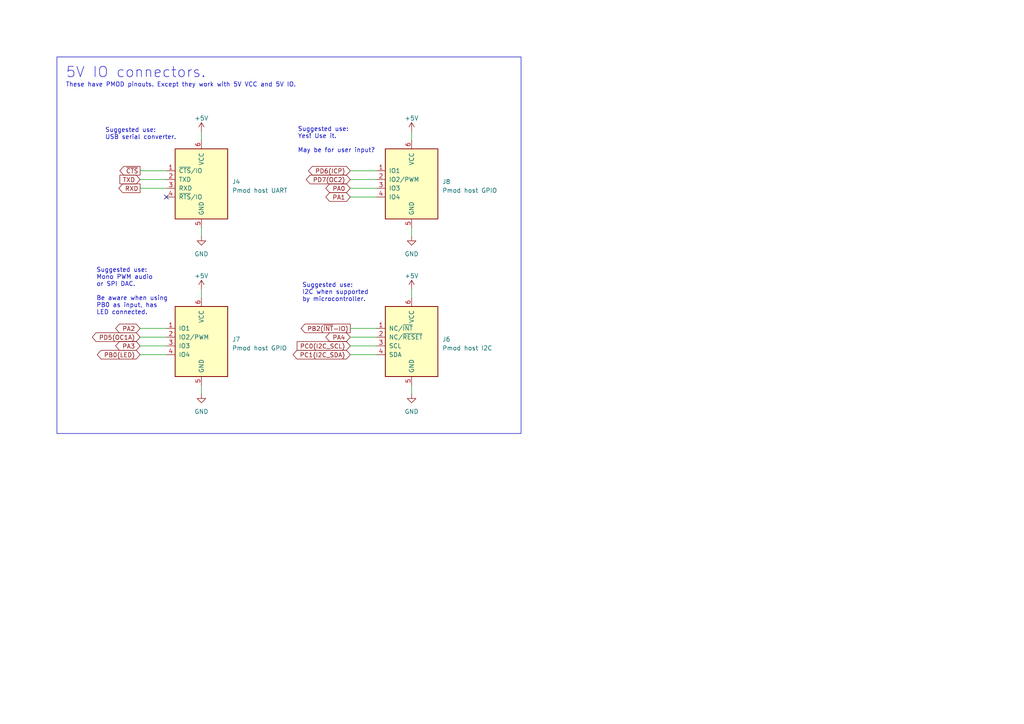
<source format=kicad_sch>
(kicad_sch
	(version 20231120)
	(generator "eeschema")
	(generator_version "8.0")
	(uuid "8256f59e-514c-46f5-aff9-dc8e78250304")
	(paper "A4")
	(title_block
		(title "AT90S8535 demo board")
		(date "2023-04-01")
		(rev "V1.0")
		(company "https://github.com/atoomnetmarc/AVR-demo-board")
		(comment 1 "Apache License, version 2.0")
	)
	(lib_symbols
		(symbol "Connector-extra:Pmod-host-gpio"
			(pin_names
				(offset 1.016)
			)
			(exclude_from_sim no)
			(in_bom yes)
			(on_board yes)
			(property "Reference" "J"
				(at -6.985 11.43 0)
				(effects
					(font
						(size 1.27 1.27)
					)
				)
			)
			(property "Value" "Pmod host GPIO"
				(at 0.635 11.43 0)
				(effects
					(font
						(size 1.27 1.27)
					)
					(justify left)
				)
			)
			(property "Footprint" "Connector_PinSocket_2.54mm-extra:PinSocket_1x06_P2.54mm_Horizontal"
				(at 0 -15.24 0)
				(effects
					(font
						(size 1.27 1.27)
					)
					(hide yes)
				)
			)
			(property "Datasheet" "https://digilent.com/reference/pmod/start"
				(at -1.27 -17.78 0)
				(effects
					(font
						(size 1.27 1.27)
					)
					(hide yes)
				)
			)
			(property "Description" "Pmod Interface Type 1 (GPIO) host"
				(at 0 0 0)
				(effects
					(font
						(size 1.27 1.27)
					)
					(hide yes)
				)
			)
			(property "ki_keywords" "pmod"
				(at 0 0 0)
				(effects
					(font
						(size 1.27 1.27)
					)
					(hide yes)
				)
			)
			(symbol "Pmod-host-gpio_0_1"
				(rectangle
					(start -7.62 10.16)
					(end 7.62 -10.16)
					(stroke
						(width 0.254)
						(type default)
					)
					(fill
						(type background)
					)
				)
			)
			(symbol "Pmod-host-gpio_1_1"
				(pin bidirectional line
					(at -10.16 3.81 0)
					(length 2.54)
					(name "IO1"
						(effects
							(font
								(size 1.27 1.27)
							)
						)
					)
					(number "1"
						(effects
							(font
								(size 1.27 1.27)
							)
						)
					)
				)
				(pin bidirectional line
					(at -10.16 1.27 0)
					(length 2.54)
					(name "IO2/PWM"
						(effects
							(font
								(size 1.27 1.27)
							)
						)
					)
					(number "2"
						(effects
							(font
								(size 1.27 1.27)
							)
						)
					)
				)
				(pin bidirectional line
					(at -10.16 -1.27 0)
					(length 2.54)
					(name "IO3"
						(effects
							(font
								(size 1.27 1.27)
							)
						)
					)
					(number "3"
						(effects
							(font
								(size 1.27 1.27)
							)
						)
					)
				)
				(pin bidirectional line
					(at -10.16 -3.81 0)
					(length 2.54)
					(name "IO4"
						(effects
							(font
								(size 1.27 1.27)
							)
						)
					)
					(number "4"
						(effects
							(font
								(size 1.27 1.27)
							)
						)
					)
				)
				(pin power_in line
					(at 0 -12.7 90)
					(length 2.54)
					(name "GND"
						(effects
							(font
								(size 1.27 1.27)
							)
						)
					)
					(number "5"
						(effects
							(font
								(size 1.27 1.27)
							)
						)
					)
				)
				(pin power_in line
					(at 0 12.7 270)
					(length 2.54)
					(name "VCC"
						(effects
							(font
								(size 1.27 1.27)
							)
						)
					)
					(number "6"
						(effects
							(font
								(size 1.27 1.27)
							)
						)
					)
				)
			)
		)
		(symbol "Connector-extra:Pmod-host-i2c"
			(pin_names
				(offset 1.016)
			)
			(exclude_from_sim no)
			(in_bom yes)
			(on_board yes)
			(property "Reference" "J"
				(at -6.985 11.43 0)
				(effects
					(font
						(size 1.27 1.27)
					)
				)
			)
			(property "Value" "Pmod host I2C"
				(at 0.635 11.43 0)
				(effects
					(font
						(size 1.27 1.27)
					)
					(justify left)
				)
			)
			(property "Footprint" "Connector_PinSocket_2.54mm-extra:PinSocket_1x06_P2.54mm_Horizontal"
				(at 0 -15.24 0)
				(effects
					(font
						(size 1.27 1.27)
					)
					(hide yes)
				)
			)
			(property "Datasheet" "https://digilent.com/reference/pmod/start"
				(at -1.27 -17.78 0)
				(effects
					(font
						(size 1.27 1.27)
					)
					(hide yes)
				)
			)
			(property "Description" "Pmod Interface Type 6 (I²C) host"
				(at 0 0 0)
				(effects
					(font
						(size 1.27 1.27)
					)
					(hide yes)
				)
			)
			(property "ki_keywords" "pmod"
				(at 0 0 0)
				(effects
					(font
						(size 1.27 1.27)
					)
					(hide yes)
				)
			)
			(symbol "Pmod-host-i2c_0_1"
				(rectangle
					(start -7.62 10.16)
					(end 7.62 -10.16)
					(stroke
						(width 0.254)
						(type default)
					)
					(fill
						(type background)
					)
				)
			)
			(symbol "Pmod-host-i2c_1_1"
				(pin output line
					(at -10.16 3.81 0)
					(length 2.54)
					(name "NC/~{INT}"
						(effects
							(font
								(size 1.27 1.27)
							)
						)
					)
					(number "1"
						(effects
							(font
								(size 1.27 1.27)
							)
						)
					)
				)
				(pin input line
					(at -10.16 1.27 0)
					(length 2.54)
					(name "NC/~{RESET}"
						(effects
							(font
								(size 1.27 1.27)
							)
						)
					)
					(number "2"
						(effects
							(font
								(size 1.27 1.27)
							)
						)
					)
				)
				(pin input line
					(at -10.16 -1.27 0)
					(length 2.54)
					(name "SCL"
						(effects
							(font
								(size 1.27 1.27)
							)
						)
					)
					(number "3"
						(effects
							(font
								(size 1.27 1.27)
							)
						)
					)
				)
				(pin bidirectional line
					(at -10.16 -3.81 0)
					(length 2.54)
					(name "SDA"
						(effects
							(font
								(size 1.27 1.27)
							)
						)
					)
					(number "4"
						(effects
							(font
								(size 1.27 1.27)
							)
						)
					)
				)
				(pin power_in line
					(at 0 -12.7 90)
					(length 2.54)
					(name "GND"
						(effects
							(font
								(size 1.27 1.27)
							)
						)
					)
					(number "5"
						(effects
							(font
								(size 1.27 1.27)
							)
						)
					)
				)
				(pin power_in line
					(at 0 12.7 270)
					(length 2.54)
					(name "VCC"
						(effects
							(font
								(size 1.27 1.27)
							)
						)
					)
					(number "6"
						(effects
							(font
								(size 1.27 1.27)
							)
						)
					)
				)
			)
		)
		(symbol "Connector-extra:Pmod-host-uart"
			(pin_names
				(offset 1.016)
			)
			(exclude_from_sim no)
			(in_bom yes)
			(on_board yes)
			(property "Reference" "J"
				(at -6.985 11.43 0)
				(effects
					(font
						(size 1.27 1.27)
					)
				)
			)
			(property "Value" "Pmod host UART"
				(at 0.635 11.43 0)
				(effects
					(font
						(size 1.27 1.27)
					)
					(justify left)
				)
			)
			(property "Footprint" "Connector_PinSocket_2.54mm-extra:PinSocket_1x06_P2.54mm_Horizontal"
				(at 0 -15.24 0)
				(effects
					(font
						(size 1.27 1.27)
					)
					(hide yes)
				)
			)
			(property "Datasheet" "https://digilent.com/reference/pmod/start"
				(at -1.27 -17.78 0)
				(effects
					(font
						(size 1.27 1.27)
					)
					(hide yes)
				)
			)
			(property "Description" "Pmod Interface Type 3 (UART) host"
				(at 0 0 0)
				(effects
					(font
						(size 1.27 1.27)
					)
					(hide yes)
				)
			)
			(property "ki_keywords" "pmod"
				(at 0 0 0)
				(effects
					(font
						(size 1.27 1.27)
					)
					(hide yes)
				)
			)
			(symbol "Pmod-host-uart_0_1"
				(rectangle
					(start -7.62 10.16)
					(end 7.62 -10.16)
					(stroke
						(width 0.254)
						(type default)
					)
					(fill
						(type background)
					)
				)
			)
			(symbol "Pmod-host-uart_1_1"
				(pin output line
					(at -10.16 3.81 0)
					(length 2.54)
					(name "~{CTS}/IO"
						(effects
							(font
								(size 1.27 1.27)
							)
						)
					)
					(number "1"
						(effects
							(font
								(size 1.27 1.27)
							)
						)
					)
				)
				(pin input line
					(at -10.16 1.27 0)
					(length 2.54)
					(name "TXD"
						(effects
							(font
								(size 1.27 1.27)
							)
						)
					)
					(number "2"
						(effects
							(font
								(size 1.27 1.27)
							)
						)
					)
				)
				(pin output line
					(at -10.16 -1.27 0)
					(length 2.54)
					(name "RXD"
						(effects
							(font
								(size 1.27 1.27)
							)
						)
					)
					(number "3"
						(effects
							(font
								(size 1.27 1.27)
							)
						)
					)
				)
				(pin input line
					(at -10.16 -3.81 0)
					(length 2.54)
					(name "~{RTS}/IO"
						(effects
							(font
								(size 1.27 1.27)
							)
						)
					)
					(number "4"
						(effects
							(font
								(size 1.27 1.27)
							)
						)
					)
				)
				(pin power_in line
					(at 0 -12.7 90)
					(length 2.54)
					(name "GND"
						(effects
							(font
								(size 1.27 1.27)
							)
						)
					)
					(number "5"
						(effects
							(font
								(size 1.27 1.27)
							)
						)
					)
				)
				(pin power_in line
					(at 0 12.7 270)
					(length 2.54)
					(name "VCC"
						(effects
							(font
								(size 1.27 1.27)
							)
						)
					)
					(number "6"
						(effects
							(font
								(size 1.27 1.27)
							)
						)
					)
				)
			)
		)
		(symbol "power:+5V"
			(power)
			(pin_names
				(offset 0)
			)
			(exclude_from_sim no)
			(in_bom yes)
			(on_board yes)
			(property "Reference" "#PWR"
				(at 0 -3.81 0)
				(effects
					(font
						(size 1.27 1.27)
					)
					(hide yes)
				)
			)
			(property "Value" "+5V"
				(at 0 3.556 0)
				(effects
					(font
						(size 1.27 1.27)
					)
				)
			)
			(property "Footprint" ""
				(at 0 0 0)
				(effects
					(font
						(size 1.27 1.27)
					)
					(hide yes)
				)
			)
			(property "Datasheet" ""
				(at 0 0 0)
				(effects
					(font
						(size 1.27 1.27)
					)
					(hide yes)
				)
			)
			(property "Description" "Power symbol creates a global label with name \"+5V\""
				(at 0 0 0)
				(effects
					(font
						(size 1.27 1.27)
					)
					(hide yes)
				)
			)
			(property "ki_keywords" "global power"
				(at 0 0 0)
				(effects
					(font
						(size 1.27 1.27)
					)
					(hide yes)
				)
			)
			(symbol "+5V_0_1"
				(polyline
					(pts
						(xy -0.762 1.27) (xy 0 2.54)
					)
					(stroke
						(width 0)
						(type default)
					)
					(fill
						(type none)
					)
				)
				(polyline
					(pts
						(xy 0 0) (xy 0 2.54)
					)
					(stroke
						(width 0)
						(type default)
					)
					(fill
						(type none)
					)
				)
				(polyline
					(pts
						(xy 0 2.54) (xy 0.762 1.27)
					)
					(stroke
						(width 0)
						(type default)
					)
					(fill
						(type none)
					)
				)
			)
			(symbol "+5V_1_1"
				(pin power_in line
					(at 0 0 90)
					(length 0) hide
					(name "+5V"
						(effects
							(font
								(size 1.27 1.27)
							)
						)
					)
					(number "1"
						(effects
							(font
								(size 1.27 1.27)
							)
						)
					)
				)
			)
		)
		(symbol "power:GND"
			(power)
			(pin_names
				(offset 0)
			)
			(exclude_from_sim no)
			(in_bom yes)
			(on_board yes)
			(property "Reference" "#PWR"
				(at 0 -6.35 0)
				(effects
					(font
						(size 1.27 1.27)
					)
					(hide yes)
				)
			)
			(property "Value" "GND"
				(at 0 -3.81 0)
				(effects
					(font
						(size 1.27 1.27)
					)
				)
			)
			(property "Footprint" ""
				(at 0 0 0)
				(effects
					(font
						(size 1.27 1.27)
					)
					(hide yes)
				)
			)
			(property "Datasheet" ""
				(at 0 0 0)
				(effects
					(font
						(size 1.27 1.27)
					)
					(hide yes)
				)
			)
			(property "Description" "Power symbol creates a global label with name \"GND\" , ground"
				(at 0 0 0)
				(effects
					(font
						(size 1.27 1.27)
					)
					(hide yes)
				)
			)
			(property "ki_keywords" "global power"
				(at 0 0 0)
				(effects
					(font
						(size 1.27 1.27)
					)
					(hide yes)
				)
			)
			(symbol "GND_0_1"
				(polyline
					(pts
						(xy 0 0) (xy 0 -1.27) (xy 1.27 -1.27) (xy 0 -2.54) (xy -1.27 -1.27) (xy 0 -1.27)
					)
					(stroke
						(width 0)
						(type default)
					)
					(fill
						(type none)
					)
				)
			)
			(symbol "GND_1_1"
				(pin power_in line
					(at 0 0 270)
					(length 0) hide
					(name "GND"
						(effects
							(font
								(size 1.27 1.27)
							)
						)
					)
					(number "1"
						(effects
							(font
								(size 1.27 1.27)
							)
						)
					)
				)
			)
		)
	)
	(no_connect
		(at 48.26 57.15)
		(uuid "ad3f5085-53ad-4d73-83a5-bbaf9c04ca09")
	)
	(wire
		(pts
			(xy 109.22 52.07) (xy 101.6 52.07)
		)
		(stroke
			(width 0)
			(type default)
		)
		(uuid "092fe1de-c237-4c89-bcd5-891a3fed6e63")
	)
	(wire
		(pts
			(xy 119.38 111.76) (xy 119.38 114.3)
		)
		(stroke
			(width 0)
			(type default)
		)
		(uuid "0eb0108a-213c-4d87-ae28-4f5b8cb785ba")
	)
	(wire
		(pts
			(xy 40.64 54.61) (xy 48.26 54.61)
		)
		(stroke
			(width 0)
			(type default)
		)
		(uuid "12c0e32f-b1f1-4d37-bd1d-db1f438f8915")
	)
	(wire
		(pts
			(xy 101.6 100.33) (xy 109.22 100.33)
		)
		(stroke
			(width 0)
			(type default)
		)
		(uuid "36b10ddc-50a5-4658-8cb2-133f0932bca3")
	)
	(wire
		(pts
			(xy 48.26 97.79) (xy 40.64 97.79)
		)
		(stroke
			(width 0)
			(type default)
		)
		(uuid "4164cbe7-ec0c-43ab-affc-0a610897e710")
	)
	(wire
		(pts
			(xy 58.42 66.04) (xy 58.42 68.58)
		)
		(stroke
			(width 0)
			(type default)
		)
		(uuid "418c0cdc-dd1c-44e5-8488-9ff3923c4ad1")
	)
	(wire
		(pts
			(xy 101.6 102.87) (xy 109.22 102.87)
		)
		(stroke
			(width 0)
			(type default)
		)
		(uuid "53c201b5-c541-4f3f-99c3-bd14759fc0ab")
	)
	(wire
		(pts
			(xy 58.42 111.76) (xy 58.42 114.3)
		)
		(stroke
			(width 0)
			(type default)
		)
		(uuid "54085fb5-40ec-48dd-8e18-b6c1929a1157")
	)
	(wire
		(pts
			(xy 48.26 49.53) (xy 40.64 49.53)
		)
		(stroke
			(width 0)
			(type default)
		)
		(uuid "68f22702-24f7-46a6-8a7c-f82e98c4001f")
	)
	(wire
		(pts
			(xy 109.22 49.53) (xy 101.6 49.53)
		)
		(stroke
			(width 0)
			(type default)
		)
		(uuid "6c6ae98a-b417-4473-bbad-cb3f9e244cea")
	)
	(wire
		(pts
			(xy 101.6 97.79) (xy 109.22 97.79)
		)
		(stroke
			(width 0)
			(type default)
		)
		(uuid "6d9746ff-9e42-43a5-9eeb-98b3594b70b6")
	)
	(wire
		(pts
			(xy 58.42 83.82) (xy 58.42 86.36)
		)
		(stroke
			(width 0)
			(type default)
		)
		(uuid "725795ee-1d14-435b-af60-fd31c09fab34")
	)
	(wire
		(pts
			(xy 40.64 102.87) (xy 48.26 102.87)
		)
		(stroke
			(width 0)
			(type default)
		)
		(uuid "80c078a8-a9b1-49a3-a0e3-dcb581b6b746")
	)
	(wire
		(pts
			(xy 40.64 100.33) (xy 48.26 100.33)
		)
		(stroke
			(width 0)
			(type default)
		)
		(uuid "87775073-79e8-4406-8665-f1e45ba72787")
	)
	(wire
		(pts
			(xy 119.38 66.04) (xy 119.38 68.58)
		)
		(stroke
			(width 0)
			(type default)
		)
		(uuid "a6cd6c67-0fee-412b-8a50-d2feb1c70b9e")
	)
	(wire
		(pts
			(xy 48.26 95.25) (xy 40.64 95.25)
		)
		(stroke
			(width 0)
			(type default)
		)
		(uuid "aaa9401c-70cc-4d9f-a1f0-72708b413fb6")
	)
	(wire
		(pts
			(xy 101.6 54.61) (xy 109.22 54.61)
		)
		(stroke
			(width 0)
			(type default)
		)
		(uuid "b45b0006-5e87-4a58-bd50-7d74922ee11d")
	)
	(wire
		(pts
			(xy 101.6 57.15) (xy 109.22 57.15)
		)
		(stroke
			(width 0)
			(type default)
		)
		(uuid "b718f1d3-e5cf-4511-ba47-69de857b2331")
	)
	(wire
		(pts
			(xy 109.22 95.25) (xy 101.6 95.25)
		)
		(stroke
			(width 0)
			(type default)
		)
		(uuid "c0799800-4291-4fdf-be9c-8c985570a947")
	)
	(wire
		(pts
			(xy 58.42 38.1) (xy 58.42 40.64)
		)
		(stroke
			(width 0)
			(type default)
		)
		(uuid "cf9cbe93-067a-45fa-8542-20d1ca73388f")
	)
	(wire
		(pts
			(xy 48.26 52.07) (xy 40.64 52.07)
		)
		(stroke
			(width 0)
			(type default)
		)
		(uuid "df13f779-96ea-47e3-b23c-097d17661444")
	)
	(wire
		(pts
			(xy 119.38 38.1) (xy 119.38 40.64)
		)
		(stroke
			(width 0)
			(type default)
		)
		(uuid "f07579e6-fdd0-4964-a4dc-656610d0e033")
	)
	(wire
		(pts
			(xy 119.38 83.82) (xy 119.38 86.36)
		)
		(stroke
			(width 0)
			(type default)
		)
		(uuid "fb12af5d-1a1b-41b9-b7ec-a9f516c1ecea")
	)
	(rectangle
		(start 16.51 16.51)
		(end 151.13 125.73)
		(stroke
			(width 0)
			(type default)
		)
		(fill
			(type none)
		)
		(uuid f5474107-e5fc-4df6-bf4e-95d3730abd45)
	)
	(text "5V IO connectors."
		(exclude_from_sim no)
		(at 19.05 22.86 0)
		(effects
			(font
				(size 3 3)
			)
			(justify left bottom)
		)
		(uuid "0a4cd744-4506-49fd-b5a7-af2348f68ba6")
	)
	(text "Suggested use:\nMono PWM audio\nor SPI DAC.\n\nBe aware when using \nPB0 as input, has \nLED connected."
		(exclude_from_sim no)
		(at 27.94 91.44 0)
		(effects
			(font
				(size 1.27 1.27)
			)
			(justify left bottom)
		)
		(uuid "402e53e8-23c1-48b6-b3bd-0fb1c1c125a6")
	)
	(text "Suggested use:\nUSB serial converter."
		(exclude_from_sim no)
		(at 30.48 40.64 0)
		(effects
			(font
				(size 1.27 1.27)
			)
			(justify left bottom)
		)
		(uuid "8b4e7d5d-e7f2-49c9-bac4-f9119bc674f1")
	)
	(text "These have PMOD pinouts. Except they work with 5V VCC and 5V IO."
		(exclude_from_sim no)
		(at 19.05 25.4 0)
		(effects
			(font
				(size 1.27 1.27)
			)
			(justify left bottom)
		)
		(uuid "9ea9c886-ef51-43b2-84de-b2eedfdd4361")
	)
	(text "Suggested use:\nYes! Use it.\n\nMay be for user input?"
		(exclude_from_sim no)
		(at 86.36 44.45 0)
		(effects
			(font
				(size 1.27 1.27)
			)
			(justify left bottom)
		)
		(uuid "bf8a4747-81ea-4ba2-9056-9dd32446e477")
	)
	(text "Suggested use:\nI2C when supported\nby microcontroller."
		(exclude_from_sim no)
		(at 87.63 87.63 0)
		(effects
			(font
				(size 1.27 1.27)
			)
			(justify left bottom)
		)
		(uuid "f0037e4b-1d26-415b-b85b-3bdcad3e458e")
	)
	(global_label "PA3"
		(shape bidirectional)
		(at 40.64 100.33 180)
		(fields_autoplaced yes)
		(effects
			(font
				(size 1.27 1.27)
			)
			(justify right)
		)
		(uuid "05c38a1b-97a1-4716-8c78-c87c13740e99")
		(property "Intersheetrefs" "${INTERSHEET_REFS}"
			(at 33.0548 100.33 0)
			(effects
				(font
					(size 1.27 1.27)
				)
				(justify right)
				(hide yes)
			)
		)
	)
	(global_label "PC0(I2C_SCL)"
		(shape input)
		(at 101.6 100.33 180)
		(effects
			(font
				(size 1.27 1.27)
			)
			(justify right)
		)
		(uuid "0cb64cd5-b237-43bc-aaf0-c75cc8e053c3")
		(property "Intersheetrefs" "${INTERSHEET_REFS}"
			(at 101.6 100.33 0)
			(effects
				(font
					(size 1.27 1.27)
				)
				(hide yes)
			)
		)
	)
	(global_label "PD5(OC1A)"
		(shape bidirectional)
		(at 40.64 97.79 180)
		(fields_autoplaced yes)
		(effects
			(font
				(size 1.27 1.27)
			)
			(justify right)
		)
		(uuid "2222bc8a-c9d5-48bc-ad57-428e594452e2")
		(property "Intersheetrefs" "${INTERSHEET_REFS}"
			(at 26.2814 97.79 0)
			(effects
				(font
					(size 1.27 1.27)
				)
				(justify right)
				(hide yes)
			)
		)
	)
	(global_label "PA2"
		(shape bidirectional)
		(at 40.64 95.25 180)
		(fields_autoplaced yes)
		(effects
			(font
				(size 1.27 1.27)
			)
			(justify right)
		)
		(uuid "2634f775-7baf-4af0-9450-c0c0d16676dc")
		(property "Intersheetrefs" "${INTERSHEET_REFS}"
			(at 33.0548 95.25 0)
			(effects
				(font
					(size 1.27 1.27)
				)
				(justify right)
				(hide yes)
			)
		)
	)
	(global_label "PB0(LED)"
		(shape bidirectional)
		(at 40.64 102.87 180)
		(fields_autoplaced yes)
		(effects
			(font
				(size 1.27 1.27)
			)
			(justify right)
		)
		(uuid "29a41112-b29a-41e2-85bc-a41a67a69cc2")
		(property "Intersheetrefs" "${INTERSHEET_REFS}"
			(at 27.7329 102.87 0)
			(effects
				(font
					(size 1.27 1.27)
				)
				(justify right)
				(hide yes)
			)
		)
	)
	(global_label "PA4"
		(shape bidirectional)
		(at 101.6 97.79 180)
		(fields_autoplaced yes)
		(effects
			(font
				(size 1.27 1.27)
			)
			(justify right)
		)
		(uuid "3e28f3fe-fa06-4822-a7f3-82e86a778055")
		(property "Intersheetrefs" "${INTERSHEET_REFS}"
			(at 94.0148 97.79 0)
			(effects
				(font
					(size 1.27 1.27)
				)
				(justify right)
				(hide yes)
			)
		)
	)
	(global_label "PA0"
		(shape bidirectional)
		(at 101.6 54.61 180)
		(fields_autoplaced yes)
		(effects
			(font
				(size 1.27 1.27)
			)
			(justify right)
		)
		(uuid "568e40bf-e093-4d93-95f8-46b8c832c0a5")
		(property "Intersheetrefs" "${INTERSHEET_REFS}"
			(at 94.0148 54.61 0)
			(effects
				(font
					(size 1.27 1.27)
				)
				(justify right)
				(hide yes)
			)
		)
	)
	(global_label "PC1(I2C_SDA)"
		(shape bidirectional)
		(at 101.6 102.87 180)
		(effects
			(font
				(size 1.27 1.27)
			)
			(justify right)
		)
		(uuid "70f4ee0e-63e0-4db1-ae07-008db60f21b4")
		(property "Intersheetrefs" "${INTERSHEET_REFS}"
			(at 101.6 102.87 0)
			(effects
				(font
					(size 1.27 1.27)
				)
				(hide yes)
			)
		)
	)
	(global_label "PD7(OC2)"
		(shape bidirectional)
		(at 101.6 52.07 180)
		(fields_autoplaced yes)
		(effects
			(font
				(size 1.27 1.27)
			)
			(justify right)
		)
		(uuid "75b512e4-7e49-4ee3-b5ae-1cfde2added6")
		(property "Intersheetrefs" "${INTERSHEET_REFS}"
			(at 93.8334 52.07 0)
			(effects
				(font
					(size 1.27 1.27)
				)
				(justify right)
				(hide yes)
			)
		)
	)
	(global_label "PA1"
		(shape bidirectional)
		(at 101.6 57.15 180)
		(fields_autoplaced yes)
		(effects
			(font
				(size 1.27 1.27)
			)
			(justify right)
		)
		(uuid "9a5dacb4-4506-4746-bc62-ee594662104c")
		(property "Intersheetrefs" "${INTERSHEET_REFS}"
			(at 94.0148 57.15 0)
			(effects
				(font
					(size 1.27 1.27)
				)
				(justify right)
				(hide yes)
			)
		)
	)
	(global_label "PD6(ICP)"
		(shape bidirectional)
		(at 101.6 49.53 180)
		(fields_autoplaced yes)
		(effects
			(font
				(size 1.27 1.27)
			)
			(justify right)
		)
		(uuid "b21b97b9-9cd2-426c-bbba-132412280dec")
		(property "Intersheetrefs" "${INTERSHEET_REFS}"
			(at 93.8334 49.53 0)
			(effects
				(font
					(size 1.27 1.27)
				)
				(justify right)
				(hide yes)
			)
		)
	)
	(global_label "~{CTS}"
		(shape output)
		(at 40.64 49.53 180)
		(fields_autoplaced yes)
		(effects
			(font
				(size 1.27 1.27)
			)
			(justify right)
		)
		(uuid "c52186df-133b-4a21-a334-45d45493d9e2")
		(property "Intersheetrefs" "${INTERSHEET_REFS}"
			(at 34.2077 49.53 0)
			(effects
				(font
					(size 1.27 1.27)
				)
				(justify right)
				(hide yes)
			)
		)
	)
	(global_label "PB2(~{INT}-IO)"
		(shape output)
		(at 101.6 95.25 180)
		(effects
			(font
				(size 1.27 1.27)
			)
			(justify right)
		)
		(uuid "d3913287-8e87-433f-bffc-da9f81290d74")
		(property "Intersheetrefs" "${INTERSHEET_REFS}"
			(at 101.6 95.25 0)
			(effects
				(font
					(size 1.27 1.27)
				)
				(hide yes)
			)
		)
	)
	(global_label "RXD"
		(shape output)
		(at 40.64 54.61 180)
		(fields_autoplaced yes)
		(effects
			(font
				(size 1.27 1.27)
			)
			(justify right)
		)
		(uuid "de33082d-2362-45c6-8f44-81f283a77091")
		(property "Intersheetrefs" "${INTERSHEET_REFS}"
			(at 33.9847 54.61 0)
			(effects
				(font
					(size 1.27 1.27)
				)
				(justify right)
				(hide yes)
			)
		)
	)
	(global_label "TXD"
		(shape input)
		(at 40.64 52.07 180)
		(fields_autoplaced yes)
		(effects
			(font
				(size 1.27 1.27)
			)
			(justify right)
		)
		(uuid "ebaab92f-be10-4509-964d-c1d75c2db983")
		(property "Intersheetrefs" "${INTERSHEET_REFS}"
			(at 34.2871 52.07 0)
			(effects
				(font
					(size 1.27 1.27)
				)
				(justify right)
				(hide yes)
			)
		)
	)
	(symbol
		(lib_id "power:GND")
		(at 58.42 68.58 0)
		(unit 1)
		(exclude_from_sim no)
		(in_bom yes)
		(on_board yes)
		(dnp no)
		(fields_autoplaced yes)
		(uuid "1cbbf993-26c6-4429-8e20-c8d865e92e21")
		(property "Reference" "#PWR061"
			(at 58.42 74.93 0)
			(effects
				(font
					(size 1.27 1.27)
				)
				(hide yes)
			)
		)
		(property "Value" "GND"
			(at 58.42 73.66 0)
			(effects
				(font
					(size 1.27 1.27)
				)
			)
		)
		(property "Footprint" ""
			(at 58.42 68.58 0)
			(effects
				(font
					(size 1.27 1.27)
				)
				(hide yes)
			)
		)
		(property "Datasheet" ""
			(at 58.42 68.58 0)
			(effects
				(font
					(size 1.27 1.27)
				)
				(hide yes)
			)
		)
		(property "Description" ""
			(at 58.42 68.58 0)
			(effects
				(font
					(size 1.27 1.27)
				)
				(hide yes)
			)
		)
		(pin "1"
			(uuid "a3e28887-9f32-46b4-ada1-f3a055ced217")
		)
		(instances
			(project "at90s8535"
				(path "/b25be410-ef2b-47a5-b0e7-4e30ab693d4d/d85ed16e-ff2b-4233-8758-87eae0a45173"
					(reference "#PWR061")
					(unit 1)
				)
			)
			(project "iCE40HX8K-EVB EXT2PMOD adapter"
				(path "/d3cbb1a5-51bc-4672-bae2-6f2b9f8a53d0"
					(reference "#PWR021")
					(unit 1)
				)
			)
		)
	)
	(symbol
		(lib_id "power:+5V")
		(at 119.38 38.1 0)
		(unit 1)
		(exclude_from_sim no)
		(in_bom yes)
		(on_board yes)
		(dnp no)
		(uuid "2de5b6e9-d2d8-4332-a003-8e0a8f3299c6")
		(property "Reference" "#PWR0107"
			(at 119.38 41.91 0)
			(effects
				(font
					(size 1.27 1.27)
				)
				(hide yes)
			)
		)
		(property "Value" "+5V"
			(at 119.38 34.29 0)
			(effects
				(font
					(size 1.27 1.27)
				)
			)
		)
		(property "Footprint" ""
			(at 119.38 38.1 0)
			(effects
				(font
					(size 1.27 1.27)
				)
				(hide yes)
			)
		)
		(property "Datasheet" ""
			(at 119.38 38.1 0)
			(effects
				(font
					(size 1.27 1.27)
				)
				(hide yes)
			)
		)
		(property "Description" ""
			(at 119.38 38.1 0)
			(effects
				(font
					(size 1.27 1.27)
				)
				(hide yes)
			)
		)
		(pin "1"
			(uuid "fd13b3e3-b65b-445d-8f07-ba78fe99c9d7")
		)
		(instances
			(project "Diy 8-bit board for UM2"
				(path "/0554bea0-89b2-4e25-9ea3-4c73921c94cb/00000000-0000-0000-0000-00005da4b487"
					(reference "#PWR0107")
					(unit 1)
				)
			)
			(project "at90s8535"
				(path "/b25be410-ef2b-47a5-b0e7-4e30ab693d4d/d85ed16e-ff2b-4233-8758-87eae0a45173"
					(reference "#PWR057")
					(unit 1)
				)
			)
		)
	)
	(symbol
		(lib_id "Connector-extra:Pmod-host-uart")
		(at 58.42 53.34 0)
		(unit 1)
		(exclude_from_sim no)
		(in_bom yes)
		(on_board yes)
		(dnp no)
		(fields_autoplaced yes)
		(uuid "366f3299-6431-4542-96f9-1116d05c81d5")
		(property "Reference" "J4"
			(at 67.31 52.705 0)
			(effects
				(font
					(size 1.27 1.27)
				)
				(justify left)
			)
		)
		(property "Value" "Pmod host UART"
			(at 67.31 55.245 0)
			(effects
				(font
					(size 1.27 1.27)
				)
				(justify left)
			)
		)
		(property "Footprint" "Connector_PinSocket_2.54mm-extra:PinSocket_1x06_P2.54mm_Horizontal"
			(at 58.42 68.58 0)
			(effects
				(font
					(size 1.27 1.27)
				)
				(hide yes)
			)
		)
		(property "Datasheet" "https://digilent.com/reference/pmod/start"
			(at 57.15 71.12 0)
			(effects
				(font
					(size 1.27 1.27)
				)
				(hide yes)
			)
		)
		(property "Description" ""
			(at 58.42 53.34 0)
			(effects
				(font
					(size 1.27 1.27)
				)
				(hide yes)
			)
		)
		(pin "1"
			(uuid "fdaa5a35-9b5d-4b6c-9e7c-e553576133c0")
		)
		(pin "2"
			(uuid "61b17e38-4f1d-477b-ac9a-df9be0214bf1")
		)
		(pin "3"
			(uuid "f06307e4-4f7b-4950-a9c2-16198ba9f390")
		)
		(pin "4"
			(uuid "e0adf0a3-ebec-4ad8-86d5-ca15a55931fc")
		)
		(pin "5"
			(uuid "fdcd9509-4aa4-4696-945f-a272be2a1d33")
		)
		(pin "6"
			(uuid "22721035-7dc0-4102-bfc3-f3ea128c5a33")
		)
		(instances
			(project "at90s8535"
				(path "/b25be410-ef2b-47a5-b0e7-4e30ab693d4d/d85ed16e-ff2b-4233-8758-87eae0a45173"
					(reference "J4")
					(unit 1)
				)
			)
		)
	)
	(symbol
		(lib_id "power:GND")
		(at 119.38 68.58 0)
		(unit 1)
		(exclude_from_sim no)
		(in_bom yes)
		(on_board yes)
		(dnp no)
		(uuid "3ac7cd58-2a56-40ef-9752-f35c76704f87")
		(property "Reference" "#PWR058"
			(at 119.38 74.93 0)
			(effects
				(font
					(size 1.27 1.27)
				)
				(hide yes)
			)
		)
		(property "Value" "GND"
			(at 119.38 73.66 0)
			(effects
				(font
					(size 1.27 1.27)
				)
			)
		)
		(property "Footprint" ""
			(at 119.38 68.58 0)
			(effects
				(font
					(size 1.27 1.27)
				)
				(hide yes)
			)
		)
		(property "Datasheet" ""
			(at 119.38 68.58 0)
			(effects
				(font
					(size 1.27 1.27)
				)
				(hide yes)
			)
		)
		(property "Description" ""
			(at 119.38 68.58 0)
			(effects
				(font
					(size 1.27 1.27)
				)
				(hide yes)
			)
		)
		(pin "1"
			(uuid "9cafa22f-7d73-4c63-874f-283902f8fbb4")
		)
		(instances
			(project "at90s8535"
				(path "/b25be410-ef2b-47a5-b0e7-4e30ab693d4d/d85ed16e-ff2b-4233-8758-87eae0a45173"
					(reference "#PWR058")
					(unit 1)
				)
			)
			(project "iCE40HX8K-EVB EXT2PMOD adapter"
				(path "/d3cbb1a5-51bc-4672-bae2-6f2b9f8a53d0"
					(reference "#PWR021")
					(unit 1)
				)
			)
		)
	)
	(symbol
		(lib_id "power:+5V")
		(at 58.42 38.1 0)
		(unit 1)
		(exclude_from_sim no)
		(in_bom yes)
		(on_board yes)
		(dnp no)
		(uuid "3cacc6d0-3232-4b32-89a5-fd93ea04bbb9")
		(property "Reference" "#PWR0107"
			(at 58.42 41.91 0)
			(effects
				(font
					(size 1.27 1.27)
				)
				(hide yes)
			)
		)
		(property "Value" "+5V"
			(at 58.42 34.29 0)
			(effects
				(font
					(size 1.27 1.27)
				)
			)
		)
		(property "Footprint" ""
			(at 58.42 38.1 0)
			(effects
				(font
					(size 1.27 1.27)
				)
				(hide yes)
			)
		)
		(property "Datasheet" ""
			(at 58.42 38.1 0)
			(effects
				(font
					(size 1.27 1.27)
				)
				(hide yes)
			)
		)
		(property "Description" ""
			(at 58.42 38.1 0)
			(effects
				(font
					(size 1.27 1.27)
				)
				(hide yes)
			)
		)
		(pin "1"
			(uuid "22a203ec-a741-4d05-9bdb-360ba526c9fe")
		)
		(instances
			(project "Diy 8-bit board for UM2"
				(path "/0554bea0-89b2-4e25-9ea3-4c73921c94cb/00000000-0000-0000-0000-00005da4b487"
					(reference "#PWR0107")
					(unit 1)
				)
			)
			(project "at90s8535"
				(path "/b25be410-ef2b-47a5-b0e7-4e30ab693d4d/d85ed16e-ff2b-4233-8758-87eae0a45173"
					(reference "#PWR056")
					(unit 1)
				)
			)
		)
	)
	(symbol
		(lib_id "power:+5V")
		(at 119.38 83.82 0)
		(unit 1)
		(exclude_from_sim no)
		(in_bom yes)
		(on_board yes)
		(dnp no)
		(uuid "94c1b37a-96f8-4069-b093-8f52072cd475")
		(property "Reference" "#PWR0107"
			(at 119.38 87.63 0)
			(effects
				(font
					(size 1.27 1.27)
				)
				(hide yes)
			)
		)
		(property "Value" "+5V"
			(at 119.38 80.01 0)
			(effects
				(font
					(size 1.27 1.27)
				)
			)
		)
		(property "Footprint" ""
			(at 119.38 83.82 0)
			(effects
				(font
					(size 1.27 1.27)
				)
				(hide yes)
			)
		)
		(property "Datasheet" ""
			(at 119.38 83.82 0)
			(effects
				(font
					(size 1.27 1.27)
				)
				(hide yes)
			)
		)
		(property "Description" ""
			(at 119.38 83.82 0)
			(effects
				(font
					(size 1.27 1.27)
				)
				(hide yes)
			)
		)
		(pin "1"
			(uuid "68867b68-52bf-4202-9525-f10b5624ba7d")
		)
		(instances
			(project "Diy 8-bit board for UM2"
				(path "/0554bea0-89b2-4e25-9ea3-4c73921c94cb/00000000-0000-0000-0000-00005da4b487"
					(reference "#PWR0107")
					(unit 1)
				)
			)
			(project "at90s8535"
				(path "/b25be410-ef2b-47a5-b0e7-4e30ab693d4d/d85ed16e-ff2b-4233-8758-87eae0a45173"
					(reference "#PWR066")
					(unit 1)
				)
			)
		)
	)
	(symbol
		(lib_id "Connector-extra:Pmod-host-i2c")
		(at 119.38 99.06 0)
		(unit 1)
		(exclude_from_sim no)
		(in_bom yes)
		(on_board yes)
		(dnp no)
		(fields_autoplaced yes)
		(uuid "958474f4-c4ff-48b1-917e-8838999e4639")
		(property "Reference" "J6"
			(at 128.27 98.425 0)
			(effects
				(font
					(size 1.27 1.27)
				)
				(justify left)
			)
		)
		(property "Value" "Pmod host I2C"
			(at 128.27 100.965 0)
			(effects
				(font
					(size 1.27 1.27)
				)
				(justify left)
			)
		)
		(property "Footprint" "Connector_PinSocket_2.54mm-extra:PinSocket_1x06_P2.54mm_Horizontal"
			(at 119.38 114.3 0)
			(effects
				(font
					(size 1.27 1.27)
				)
				(hide yes)
			)
		)
		(property "Datasheet" "https://digilent.com/reference/pmod/start"
			(at 118.11 116.84 0)
			(effects
				(font
					(size 1.27 1.27)
				)
				(hide yes)
			)
		)
		(property "Description" ""
			(at 119.38 99.06 0)
			(effects
				(font
					(size 1.27 1.27)
				)
				(hide yes)
			)
		)
		(pin "1"
			(uuid "a59263f4-afa5-481e-9ff4-5d8a26f2d2b9")
		)
		(pin "2"
			(uuid "1a9fd278-8b4a-4114-9658-53bd011361c0")
		)
		(pin "3"
			(uuid "2095ff09-79ed-4e1c-8917-47416b03aa79")
		)
		(pin "4"
			(uuid "1adf5f2c-ad4c-4d3f-91e0-bab33bb530dc")
		)
		(pin "5"
			(uuid "0a5c5aea-f4ec-4c13-9c42-0f87303c7798")
		)
		(pin "6"
			(uuid "ea003391-20a7-479c-abcf-656824f09d92")
		)
		(instances
			(project "at90s8535"
				(path "/b25be410-ef2b-47a5-b0e7-4e30ab693d4d/d85ed16e-ff2b-4233-8758-87eae0a45173"
					(reference "J6")
					(unit 1)
				)
			)
		)
	)
	(symbol
		(lib_id "Connector-extra:Pmod-host-gpio")
		(at 119.38 53.34 0)
		(unit 1)
		(exclude_from_sim no)
		(in_bom yes)
		(on_board yes)
		(dnp no)
		(fields_autoplaced yes)
		(uuid "974a4114-67be-40ba-ba72-d2875d1420ad")
		(property "Reference" "J8"
			(at 128.27 52.705 0)
			(effects
				(font
					(size 1.27 1.27)
				)
				(justify left)
			)
		)
		(property "Value" "Pmod host GPIO"
			(at 128.27 55.245 0)
			(effects
				(font
					(size 1.27 1.27)
				)
				(justify left)
			)
		)
		(property "Footprint" "Connector_PinSocket_2.54mm-extra:PinSocket_1x06_P2.54mm_Horizontal"
			(at 119.38 68.58 0)
			(effects
				(font
					(size 1.27 1.27)
				)
				(hide yes)
			)
		)
		(property "Datasheet" "https://digilent.com/reference/pmod/start"
			(at 118.11 71.12 0)
			(effects
				(font
					(size 1.27 1.27)
				)
				(hide yes)
			)
		)
		(property "Description" ""
			(at 119.38 53.34 0)
			(effects
				(font
					(size 1.27 1.27)
				)
				(hide yes)
			)
		)
		(pin "1"
			(uuid "528d8068-014a-4ed5-a0b0-3efa15977eba")
		)
		(pin "2"
			(uuid "3db21478-ae54-4261-9b50-a79880c63c69")
		)
		(pin "3"
			(uuid "9f760c0f-c904-43b7-9eb0-30e5cde02284")
		)
		(pin "4"
			(uuid "6f0a2a0a-cfd3-4bf2-aa72-395b4d43a4a0")
		)
		(pin "5"
			(uuid "8c8dd070-1074-4bd6-8561-a8a3d10e409e")
		)
		(pin "6"
			(uuid "2d8f4662-7a57-44ac-a02c-69e7d0db0185")
		)
		(instances
			(project "at90s8535"
				(path "/b25be410-ef2b-47a5-b0e7-4e30ab693d4d/d85ed16e-ff2b-4233-8758-87eae0a45173"
					(reference "J8")
					(unit 1)
				)
			)
		)
	)
	(symbol
		(lib_id "power:+5V")
		(at 58.42 83.82 0)
		(unit 1)
		(exclude_from_sim no)
		(in_bom yes)
		(on_board yes)
		(dnp no)
		(uuid "d3de7431-3ade-490c-a30f-95efc4f28721")
		(property "Reference" "#PWR0107"
			(at 58.42 87.63 0)
			(effects
				(font
					(size 1.27 1.27)
				)
				(hide yes)
			)
		)
		(property "Value" "+5V"
			(at 58.42 80.01 0)
			(effects
				(font
					(size 1.27 1.27)
				)
			)
		)
		(property "Footprint" ""
			(at 58.42 83.82 0)
			(effects
				(font
					(size 1.27 1.27)
				)
				(hide yes)
			)
		)
		(property "Datasheet" ""
			(at 58.42 83.82 0)
			(effects
				(font
					(size 1.27 1.27)
				)
				(hide yes)
			)
		)
		(property "Description" ""
			(at 58.42 83.82 0)
			(effects
				(font
					(size 1.27 1.27)
				)
				(hide yes)
			)
		)
		(pin "1"
			(uuid "d5a9444b-37d3-4399-985e-4fe30584deaf")
		)
		(instances
			(project "Diy 8-bit board for UM2"
				(path "/0554bea0-89b2-4e25-9ea3-4c73921c94cb/00000000-0000-0000-0000-00005da4b487"
					(reference "#PWR0107")
					(unit 1)
				)
			)
			(project "at90s8535"
				(path "/b25be410-ef2b-47a5-b0e7-4e30ab693d4d/d85ed16e-ff2b-4233-8758-87eae0a45173"
					(reference "#PWR067")
					(unit 1)
				)
			)
		)
	)
	(symbol
		(lib_id "power:GND")
		(at 119.38 114.3 0)
		(unit 1)
		(exclude_from_sim no)
		(in_bom yes)
		(on_board yes)
		(dnp no)
		(fields_autoplaced yes)
		(uuid "d6185a51-f5b8-4f27-aa96-d825969ea417")
		(property "Reference" "#PWR079"
			(at 119.38 120.65 0)
			(effects
				(font
					(size 1.27 1.27)
				)
				(hide yes)
			)
		)
		(property "Value" "GND"
			(at 119.38 119.38 0)
			(effects
				(font
					(size 1.27 1.27)
				)
			)
		)
		(property "Footprint" ""
			(at 119.38 114.3 0)
			(effects
				(font
					(size 1.27 1.27)
				)
				(hide yes)
			)
		)
		(property "Datasheet" ""
			(at 119.38 114.3 0)
			(effects
				(font
					(size 1.27 1.27)
				)
				(hide yes)
			)
		)
		(property "Description" ""
			(at 119.38 114.3 0)
			(effects
				(font
					(size 1.27 1.27)
				)
				(hide yes)
			)
		)
		(pin "1"
			(uuid "f8790830-f01a-420a-b1f0-d526b2e21e6f")
		)
		(instances
			(project "at90s8535"
				(path "/b25be410-ef2b-47a5-b0e7-4e30ab693d4d/d85ed16e-ff2b-4233-8758-87eae0a45173"
					(reference "#PWR079")
					(unit 1)
				)
			)
			(project "iCE40HX8K-EVB EXT2PMOD adapter"
				(path "/d3cbb1a5-51bc-4672-bae2-6f2b9f8a53d0"
					(reference "#PWR021")
					(unit 1)
				)
			)
		)
	)
	(symbol
		(lib_id "Connector-extra:Pmod-host-gpio")
		(at 58.42 99.06 0)
		(unit 1)
		(exclude_from_sim no)
		(in_bom yes)
		(on_board yes)
		(dnp no)
		(fields_autoplaced yes)
		(uuid "de0eb6f1-6a4d-49a2-a6c7-f1c0ee04307d")
		(property "Reference" "J7"
			(at 67.31 98.425 0)
			(effects
				(font
					(size 1.27 1.27)
				)
				(justify left)
			)
		)
		(property "Value" "Pmod host GPIO"
			(at 67.31 100.965 0)
			(effects
				(font
					(size 1.27 1.27)
				)
				(justify left)
			)
		)
		(property "Footprint" "Connector_PinSocket_2.54mm-extra:PinSocket_1x06_P2.54mm_Horizontal"
			(at 58.42 114.3 0)
			(effects
				(font
					(size 1.27 1.27)
				)
				(hide yes)
			)
		)
		(property "Datasheet" "https://digilent.com/reference/pmod/start"
			(at 57.15 116.84 0)
			(effects
				(font
					(size 1.27 1.27)
				)
				(hide yes)
			)
		)
		(property "Description" ""
			(at 58.42 99.06 0)
			(effects
				(font
					(size 1.27 1.27)
				)
				(hide yes)
			)
		)
		(pin "1"
			(uuid "87735314-671b-47bd-a17e-26d2f73e97d6")
		)
		(pin "2"
			(uuid "5a2365f8-ca1b-4d01-ae5a-c13f763a7f92")
		)
		(pin "3"
			(uuid "3039e9b8-c407-46d1-a7d0-460230da8641")
		)
		(pin "4"
			(uuid "fcc51cef-2451-4059-b140-9ccf5101dfce")
		)
		(pin "5"
			(uuid "219a5806-79b5-4e80-81bb-1279d3d214b5")
		)
		(pin "6"
			(uuid "6c3f04a4-5220-4695-8a64-04f263f6bb25")
		)
		(instances
			(project "at90s8535"
				(path "/b25be410-ef2b-47a5-b0e7-4e30ab693d4d/d85ed16e-ff2b-4233-8758-87eae0a45173"
					(reference "J7")
					(unit 1)
				)
			)
		)
	)
	(symbol
		(lib_id "power:GND")
		(at 58.42 114.3 0)
		(unit 1)
		(exclude_from_sim no)
		(in_bom yes)
		(on_board yes)
		(dnp no)
		(fields_autoplaced yes)
		(uuid "ecd533fe-a872-4fbf-8521-ec2157b78920")
		(property "Reference" "#PWR073"
			(at 58.42 120.65 0)
			(effects
				(font
					(size 1.27 1.27)
				)
				(hide yes)
			)
		)
		(property "Value" "GND"
			(at 58.42 119.38 0)
			(effects
				(font
					(size 1.27 1.27)
				)
			)
		)
		(property "Footprint" ""
			(at 58.42 114.3 0)
			(effects
				(font
					(size 1.27 1.27)
				)
				(hide yes)
			)
		)
		(property "Datasheet" ""
			(at 58.42 114.3 0)
			(effects
				(font
					(size 1.27 1.27)
				)
				(hide yes)
			)
		)
		(property "Description" ""
			(at 58.42 114.3 0)
			(effects
				(font
					(size 1.27 1.27)
				)
				(hide yes)
			)
		)
		(pin "1"
			(uuid "976c939e-0362-46b9-a065-16376a3dd241")
		)
		(instances
			(project "at90s8535"
				(path "/b25be410-ef2b-47a5-b0e7-4e30ab693d4d/d85ed16e-ff2b-4233-8758-87eae0a45173"
					(reference "#PWR073")
					(unit 1)
				)
			)
			(project "iCE40HX8K-EVB EXT2PMOD adapter"
				(path "/d3cbb1a5-51bc-4672-bae2-6f2b9f8a53d0"
					(reference "#PWR021")
					(unit 1)
				)
			)
		)
	)
)

</source>
